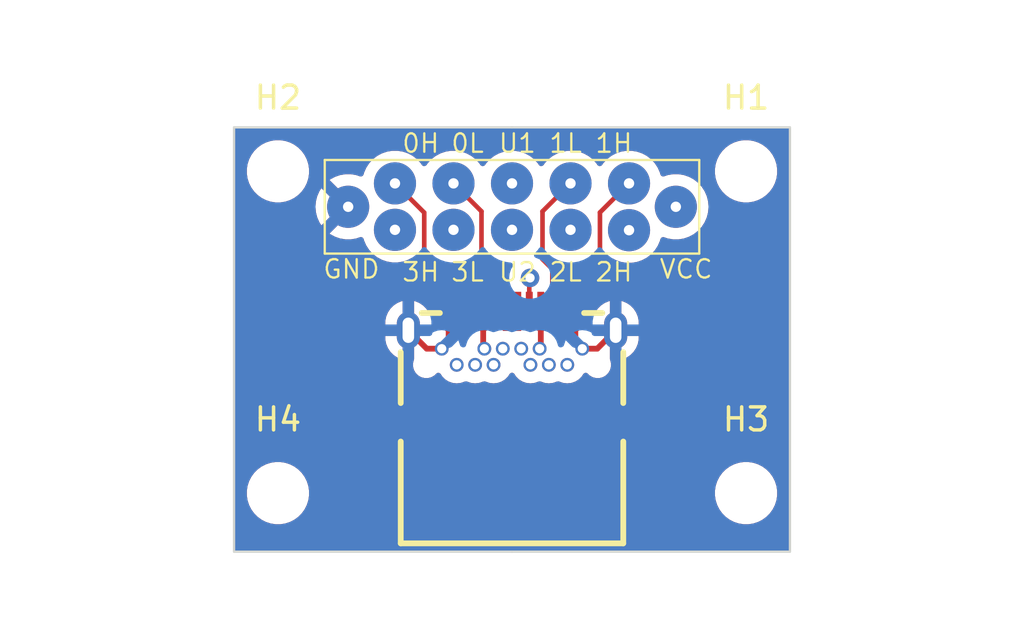
<source format=kicad_pcb>
(kicad_pcb (version 20240108) (generator "pcbnew") (generator_version "8.0")
  (layers (0 "F.Cu" signal "VCC") (1 "In1.Cu" signal "Data1") (2 "In2.Cu" signal "Data2") (31 "B.Cu" signal "GND") (34 "B.Paste" user) (35 "F.Paste" user) (36 "B.SilkS" user "B.Silkscreen") (37 "F.SilkS" user "F.Silkscreen") (38 "B.Mask" user) (39 "F.Mask" user) (44 "Edge.Cuts" user))
  (net 0 "")
  (net 1 "+12V")
  (net 2 "/CAN2_N")
  (net 3 "/CAN1_P")
  (net 4 "GND")
  (net 8 "/SBU1")
  (net 9 "/CAN2_P")
  (net 10 "/CAN1_N")
  (net 11 "/CAN0_P")
  (net 12 "/CAN3_N")
  (net 15 "/SBU2")
  (net 16 "/CAN3_P")
  (net 17 "/CAN0_N")
  (footprint "CommaPogo_Library:GT-USB-7001C" (layer "F.Cu") (at 140.335 87.23)
    (property "Reference" "J2" (hide yes))
    (property "Value" "Conn_02x12_Row_Letter_Last")
    (fp_line (start -4.83 -0.64) (end -4.83 1.57) (stroke (width 0.25)) (layer "F.SilkS"))
    (fp_line (start -4.83 3.24) (end -4.83 7.66) (stroke (width 0.25)) (layer "F.SilkS"))
    (fp_line (start -4.83 7.66) (end 4.83 7.66) (stroke (width 0.25)) (layer "F.SilkS"))
    (fp_line (start -3.92 -2.34) (end -3.13 -2.34) (stroke (width 0.25)) (layer "F.SilkS"))
    (fp_line (start 3.13 -2.34) (end 3.92 -2.34) (stroke (width 0.25)) (layer "F.SilkS"))
    (fp_line (start 4.83 1.57) (end 4.83 -0.64) (stroke (width 0.25)) (layer "F.SilkS"))
    (fp_line (start 4.83 7.66) (end 4.83 3.24) (stroke (width 0.25)) (layer "F.SilkS"))
    (pad "" np_thru_hole circle (at -3.72 -0.09) (size 0.65 0.65) (drill 0.65) (layers "F&B.Cu" "*.Mask"))
    (pad "" np_thru_hole circle (at 3.72 -0.09) (size 0.65 0.65) (drill 0.65) (layers "F&B.Cu" "*.Mask"))
    (pad "0" smd rect (at -5.1 2.4) (size 1 1.2) (layers "F.Cu" "F.Paste" "F.Mask") (net 4 "GND"))
    (pad "0" thru_hole oval (at -4.5 -1.59) (size 1 1.6) (drill oval 0.500024 1.099998) (layers "*.Cu" "*.Mask") (net 4 "GND"))
    (pad "0" thru_hole oval (at 4.5 -1.59) (size 1 1.6) (drill oval 0.500024 1.099998) (layers "*.Cu" "*.Mask") (net 4 "GND"))
    (pad "0" smd rect (at 5.1 2.4) (size 1 1.2) (layers "F.Cu" "F.Paste" "F.Mask") (net 4 "GND"))
    (pad "A1" smd rect (at -2.75 -2.41) (size 0.3 1.7) (layers "F.Cu" "F.Paste" "F.Mask") (net 4 "GND"))
    (pad "A2" smd rect (at -2.25 -2.41) (size 0.3 1.7) (layers "F.Cu" "F.Paste" "F.Mask") (net 11 "/CAN0_P"))
    (pad "A3" smd rect (at -1.75 -2.41) (size 0.3 1.7) (layers "F.Cu" "F.Paste" "F.Mask") (net 17 "/CAN0_N"))
    (pad "A4" smd rect (at -1.25 -2.41) (size 0.3 1.7) (layers "F.Cu" "F.Paste" "F.Mask") (net 1 "+12V"))
    (pad "A5" smd rect (at -0.75 -2.41) (size 0.3 1.7) (layers "F.Cu" "F.Paste" "F.Mask"))
    (pad "A6" smd rect (at -0.25 -2.41) (size 0.3 1.7) (layers "F.Cu" "F.Paste" "F.Mask"))
    (pad "A7" smd rect (at 0.25 -2.41) (size 0.3 1.7) (layers "F.Cu" "F.Paste" "F.Mask"))
    (pad "A8" smd rect (at 0.75 -2.41) (size 0.3 1.7) (layers "F.Cu" "F.Paste" "F.Mask") (net 8 "/SBU1"))
    (pad "A9" smd rect (at 1.25 -2.41) (size 0.3 1.7) (layers "F.Cu" "F.Paste" "F.Mask") (net 1 "+12V"))
    (pad "A10" smd rect (at 1.75 -2.41) (size 0.3 1.7) (layers "F.Cu" "F.Paste" "F.Mask") (net 10 "/CAN1_N"))
    (pad "A11" smd rect (at 2.25 -2.41) (size 0.3 1.7) (layers "F.Cu" "F.Paste" "F.Mask") (net 3 "/CAN1_P"))
    (pad "A12" smd rect (at 2.75 -2.41) (size 0.3 1.7) (layers "F.Cu" "F.Paste" "F.Mask") (net 4 "GND"))
    (pad "B1" thru_hole circle (at 3.05 -0.79 90) (size 0.6 0.6) (drill 0.399999) (layers "*.Cu" "*.Mask") (net 4 "GND"))
    (pad "B2" thru_hole circle (at 2.4 -0.09 90) (size 0.6 0.6) (drill 0.399999) (layers "*.Cu" "*.Mask") (net 9 "/CAN2_P"))
    (pad "B3" thru_hole circle (at 1.6 -0.09 90) (size 0.6 0.6) (drill 0.399999) (layers "*.Cu" "*.Mask") (net 2 "/CAN2_N"))
    (pad "B4" thru_hole circle (at 1.2 -0.79 90) (size 0.6 0.6) (drill 0.399999) (layers "*.Cu" "*.Mask") (net 1 "+12V"))
    (pad "B5" thru_hole circle (at 0.8 -0.09 90) (size 0.6 0.6) (drill 0.399999) (layers "*.Cu" "*.Mask"))
    (pad "B6" thru_hole circle (at 0.4 -0.79 90) (size 0.6 0.6) (drill 0.399999) (layers "*.Cu" "*.Mask"))
    (pad "B7" thru_hole circle (at -0.4 -0.79 90) (size 0.6 0.6) (drill 0.399999) (layers "*.Cu" "*.Mask"))
    (pad "B8" thru_hole circle (at -0.8 -0.09 90) (size 0.6 0.6) (drill 0.399999) (layers "*.Cu" "*.Mask") (net 15 "/SBU2"))
    (pad "B9" thru_hole circle (at -1.2 -0.79 90) (size 0.6 0.6) (drill 0.399999) (layers "*.Cu" "*.Mask") (net 1 "+12V"))
    (pad "B10" thru_hole circle (at -1.6 -0.09 90) (size 0.6 0.6) (drill 0.399999) (layers "*.Cu" "*.Mask") (net 12 "/CAN3_N"))
    (pad "B11" thru_hole circle (at -2.4 -0.09 90) (size 0.6 0.6) (drill 0.399999) (layers "*.Cu" "*.Mask") (net 16 "/CAN3_P"))
    (pad "B12" thru_hole circle (at -3.05 -0.79 90) (size 0.6 0.6) (drill 0.399999) (layers "*.Cu" "*.Mask") (net 4 "GND"))
  )
  (footprint "MountingHole:MountingHole_2.2mm_M2" (layer "F.Cu") (at 150.495 78.74)
    (property "Reference" "H1" (at 0 -3.2 0) (layer "F.SilkS"))
    (property "Value" "MountingHole" (hide yes))
    (pad "" np_thru_hole circle (at 0 0) (size 2.2 2.2) (drill 2.2) (layers "*.Cu" "*.Mask"))
  )
  (footprint "MountingHole:MountingHole_2.2mm_M2" (layer "F.Cu") (at 150.495 92.71)
    (property "Reference" "H3" (at 0 -3.2 0) (layer "F.SilkS"))
    (property "Value" "MountingHole" (hide yes))
    (pad "" np_thru_hole circle (at 0 0) (size 2.2 2.2) (drill 2.2) (layers "*.Cu" "*.Mask"))
  )
  (footprint "MountingHole:MountingHole_2.2mm_M2" (layer "F.Cu") (at 130.175 78.74)
    (property "Reference" "H2" (at 0 -3.2 0) (layer "F.SilkS"))
    (property "Value" "MountingHole" (hide yes))
    (pad "" np_thru_hole circle (at 0 0) (size 2.2 2.2) (drill 2.2) (layers "*.Cu" "*.Mask"))
  )
  (footprint "MountingHole:MountingHole_2.2mm_M2" (layer "F.Cu") (at 130.175 92.71)
    (property "Reference" "H4" (at 0 -3.2 0) (layer "F.SilkS"))
    (property "Value" "MountingHole" (hide yes))
    (pad "" np_thru_hole circle (at 0 0) (size 2.2 2.2) (drill 2.2) (layers "*.Cu" "*.Mask"))
  )
  (footprint "CommaPogo_Library:2x7_Pogo_Male" (layer "F.Cu") (at 140.335 85.36)
    (property "Reference" "J1" (hide yes))
    (property "Value" "Conn_02x07_Row_Letter_Last")
    (fp_line (start -8.128 -7.112) (end 8.128 -7.112) (stroke (width 0.1)) (layer "F.SilkS"))
    (fp_line (start -8.128 -3.048) (end -8.128 -7.112) (stroke (width 0.1)) (layer "F.SilkS"))
    (fp_line (start 8.128 -7.112) (end 8.128 -3.048) (stroke (width 0.1)) (layer "F.SilkS"))
    (fp_line (start 8.128 -3.048) (end -8.128 -3.048) (stroke (width 0.1)) (layer "F.SilkS"))
    (fp_text user "3H" (at -4.826 -1.778 0) (layer "F.SilkS") (effects (font (size 0.8 0.8) (thickness 0.1)) (justify left bottom)))
    (fp_text user "0L" (at -2.698762 -7.366 0) (layer "F.SilkS") (effects (font (size 0.8 0.8) (thickness 0.1)) (justify left bottom)))
    (fp_text user "U1" (at -0.635 -7.366 0) (layer "F.SilkS") (effects (font (size 0.8 0.8) (thickness 0.1)) (justify left bottom)))
    (fp_text user "GND" (at -8.255 -1.905 0) (layer "F.SilkS") (effects (font (size 0.8 0.8) (thickness 0.1)) (justify left bottom)))
    (fp_text user "VCC" (at 6.35 -1.905 0) (layer "F.SilkS") (effects (font (size 0.8 0.8) (thickness 0.1)) (justify left bottom)))
    (fp_text user "U2" (at -0.635 -1.778 0) (layer "F.SilkS") (effects (font (size 0.8 0.8) (thickness 0.1)) (justify left bottom)))
    (fp_text user "2H" (at 3.556 -1.778 0) (layer "F.SilkS") (effects (font (size 0.8 0.8) (thickness 0.1)) (justify left bottom)))
    (fp_text user "0H" (at -4.826 -7.366 0) (layer "F.SilkS") (effects (font (size 0.8 0.8) (thickness 0.1)) (justify left bottom)))
    (fp_text user "3L" (at -2.698762 -1.778 0) (layer "F.SilkS") (effects (font (size 0.8 0.8) (thickness 0.1)) (justify left bottom)))
    (fp_text user "1L" (at 1.555738 -7.366 0) (layer "F.SilkS") (effects (font (size 0.8 0.8) (thickness 0.1)) (justify left bottom)))
    (fp_text user "2L" (at 1.555738 -1.778 0) (layer "F.SilkS") (effects (font (size 0.8 0.8) (thickness 0.1)) (justify left bottom)))
    (fp_text user "1H" (at 3.556 -7.366 0) (layer "F.SilkS") (effects (font (size 0.8 0.8) (thickness 0.1)) (justify left bottom)))
    (pad "1" thru_hole circle (at -7.112 -5.08) (size 1.8288 1.8288) (drill 0.45) (layers "*.Cu" "*.Mask") (net 4 "GND"))
    (pad "2" thru_hole circle (at -5.08 -6.096) (size 1.8288 1.8288) (drill 0.45) (layers "*.Cu" "*.Mask") (net 11 "/CAN0_P"))
    (pad "3" thru_hole circle (at -2.54 -6.096) (size 1.8288 1.8288) (drill 0.45) (layers "*.Cu" "*.Mask") (net 17 "/CAN0_N"))
    (pad "4" thru_hole circle (at 0 -6.096) (size 1.8288 1.8288) (drill 0.45) (layers "*.Cu" "*.Mask") (net 8 "/SBU1"))
    (pad "5" thru_hole circle (at 2.54 -6.096) (size 1.8288 1.8288) (drill 0.45) (layers "*.Cu" "*.Mask") (net 10 "/CAN1_N"))
    (pad "6" thru_hole circle (at 5.08 -6.096) (size 1.8288 1.8288) (drill 0.45) (layers "*.Cu" "*.Mask") (net 3 "/CAN1_P"))
    (pad "9" thru_hole circle (at -5.08 -4.08) (size 1.8288 1.8288) (drill 0.45) (layers "*.Cu" "*.Mask") (net 16 "/CAN3_P"))
    (pad "10" thru_hole circle (at -2.54 -4.08) (size 1.8288 1.8288) (drill 0.45) (layers "*.Cu" "*.Mask") (net 12 "/CAN3_N"))
    (pad "11" thru_hole circle (at 0 -4.08) (size 1.8288 1.8288) (drill 0.45) (layers "*.Cu" "*.Mask") (net 15 "/SBU2"))
    (pad "12" thru_hole circle (at 2.54 -4.08) (size 1.8288 1.8288) (drill 0.45) (layers "*.Cu" "*.Mask") (net 2 "/CAN2_N"))
    (pad "13" thru_hole circle (at 5.08 -4.064) (size 1.8288 1.8288) (drill 0.45) (layers "*.Cu" "*.Mask") (net 9 "/CAN2_P"))
    (pad "14" thru_hole circle (at 7.112 -5.08) (size 1.8288 1.8288) (drill 0.45) (layers "*.Cu" "*.Mask") (net 1 "+12V"))
  )
  (gr_line (start 128.27 76.835) (end 128.27 95.25) (stroke (width 0.1)) (layer "Edge.Cuts"))
  (gr_line (start 128.27 95.25) (end 140.335 95.25) (stroke (width 0.1)) (layer "Edge.Cuts"))
  (gr_line (start 152.4 76.835) (end 152.4 95.25) (stroke (width 0.1)) (layer "Edge.Cuts"))
  (gr_line (start 152.4 95.25) (end 140.335 95.25) (stroke (width 0.1)) (layer "Edge.Cuts"))
  (gr_line (start 128.27 76.835) (end 140.335 76.835) (stroke (width 0.1)) (layer "Edge.Cuts"))
  (gr_line (start 152.4 76.835) (end 140.335 76.835) (stroke (width 0.1)) (layer "Edge.Cuts"))
  (segment (start 139.085 86.39) (end 139.135 86.44) (width 0.25) (layer "F.Cu") (net 1))
  (segment (start 139.085 84.82) (end 139.085 86.39) (width 0.25) (layer "F.Cu") (net 1))
  (segment (start 141.585 84.82) (end 141.585 86.39) (width 0.25) (layer "F.Cu") (net 1))
  (segment (start 141.585 86.39) (end 141.535 86.44) (width 0.25) (layer "F.Cu") (net 1))
  (segment (start 144.153 82.1353) (end 144.153 80.526) (width 0.2) (layer "F.Cu") (net 3))
  (segment (start 142.585 83.7033) (end 144.153 82.1353) (width 0.2) (layer "F.Cu") (net 3))
  (segment (start 144.153 80.526) (end 145.415 79.264) (width 0.2) (layer "F.Cu") (net 3))
  (segment (start 142.585 84.82) (end 142.585 83.7033) (width 0.2) (layer "F.Cu") (net 3))
  (segment (start 144.035 86.44) (end 144.835 85.64) (width 0.25) (layer "F.Cu") (net 4))
  (segment (start 136.635 86.44) (end 135.835 85.64) (width 0.25) (layer "F.Cu") (net 4))
  (segment (start 143.085 86.14) (end 143.385 86.44) (width 0.25) (layer "F.Cu") (net 4))
  (segment (start 137.585 84.82) (end 137.585 86.14) (width 0.25) (layer "F.Cu") (net 4))
  (segment (start 143.085 84.82) (end 143.085 86.14) (width 0.25) (layer "F.Cu") (net 4))
  (segment (start 137.585 86.14) (end 137.285 86.44) (width 0.25) (layer "F.Cu") (net 4))
  (segment (start 143.385 86.44) (end 144.035 86.44) (width 0.25) (layer "F.Cu") (net 4))
  (segment (start 137.285 86.44) (end 136.635 86.44) (width 0.25) (layer "F.Cu") (net 4))
  (segment (start 141.085 84.82) (end 141.085 83.7033) (width 0.2) (layer "F.Cu") (net 8))
  (segment (start 141.085 83.7033) (end 141.1187 83.6696) (width 0.2) (layer "F.Cu") (net 8))
  (segment (start 141.1187 83.6696) (end 141.1187 83.3674) (width 0.2) (layer "F.Cu") (net 8))
  (via (at 141.1187 83.3674) (size 0.8) (drill 0.4) (layers "F.Cu" "B.Cu") (net 8))
  (segment (start 141.6592 80.4798) (end 142.875 79.264) (width 0.2) (layer "F.Cu") (net 10))
  (segment (start 142.085 84.82) (end 142.085 82.9837) (width 0.2) (layer "F.Cu") (net 10))
  (segment (start 142.085 82.9837) (end 141.6592 82.5579) (width 0.2) (layer "F.Cu") (net 10))
  (segment (start 141.6592 82.5579) (end 141.6592 80.4798) (width 0.2) (layer "F.Cu") (net 10))
  (segment (start 138.085 83.7033) (end 136.525 82.1433) (width 0.2) (layer "F.Cu") (net 11))
  (segment (start 138.085 84.82) (end 138.085 83.7033) (width 0.2) (layer "F.Cu") (net 11))
  (segment (start 136.525 82.1433) (end 136.525 80.534) (width 0.2) (layer "F.Cu") (net 11))
  (segment (start 136.525 80.534) (end 135.255 79.264) (width 0.2) (layer "F.Cu") (net 11))
  (segment (start 138.735 87.14) (end 138.735 87.0906) (width 0.2) (layer "B.Cu") (net 12))
  (segment (start 138.2101 81.6951) (end 137.795 81.28) (width 0.2) (layer "B.Cu") (net 12))
  (segment (start 139.0108 82.7617) (end 139.0108 80.4798) (width 0.2) (layer "F.Cu") (net 17))
  (segment (start 138.585 84.82) (end 138.585 83.1875) (width 0.2) (layer "F.Cu") (net 17))
  (segment (start 139.0108 80.4798) (end 137.795 79.264) (width 0.2) (layer "F.Cu") (net 17))
  (segment (start 138.585 83.1875) (end 139.0108 82.7617) (width 0.2) (layer "F.Cu") (net 17))
  (zone (net 4) (net_name "GND") (layer "F.Cu") (priority 1) (connect_pads (clearance 0.5)) (min_thickness 0.25) (fill yes (thermal_gap 0.5) (thermal_bridge_width 0.5))
    (polygon (pts (xy 118.11 73.025) (xy 162.56 73.025) (xy 162.56 97.155) (xy 118.11 97.155)))
  )
  (zone (net 4) (net_name "GND") (layer "B.Cu") (connect_pads (clearance 0.5)) (min_thickness 0.25) (fill yes (thermal_gap 0.5) (thermal_bridge_width 0.5) (smoothing chamfer))
    (polygon (pts (xy 118.745 73.025) (xy 161.925 73.025) (xy 161.925 85.725) (xy 150.495 97.155) (xy 130.175 97.155) (xy 118.745 85.725)))
  )
)
</source>
